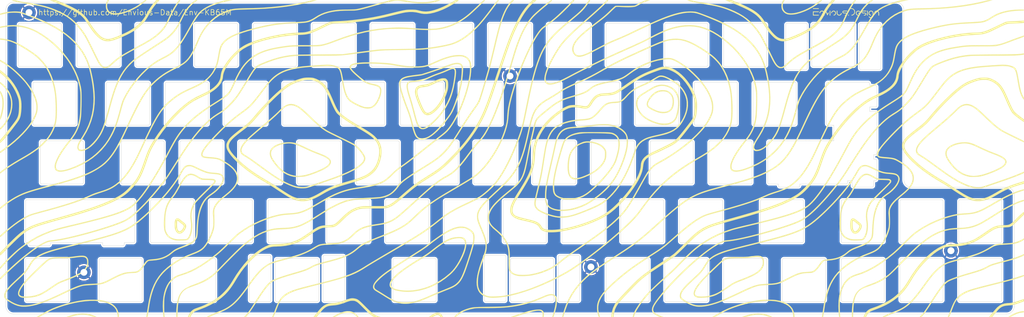
<source format=kicad_pcb>
(kicad_pcb (version 20211014) (generator pcbnew)
  (layers (0 "F.Cu" signal) (31 "B.Cu" signal) (34 "B.Paste" user) (35 "F.Paste" user) (36 "B.SilkS" user "B.Silkscreen") (37 "F.SilkS" user "F.Silkscreen") (38 "B.Mask" user) (39 "F.Mask" user) (44 "Edge.Cuts" user))
  (net 0 "")
  (net 1 "GND")
  (footprint "MountingHole:MountingHole_2.2mm_M2_Pad" (layer "F.Cu") (at 69.00025 101)
    (fp_text reference "H2")
    (fp_text value "MountingHole")
    (pad "1" thru_hole circle locked (at 0 0) (size 4.4 4.4) (drill 2.2) (layers *.Cu *.Mask) (net 1 "GND"))
  )
  (footprint "MountingHole:MountingHole_2.2mm_M2_Pad" (layer "F.Cu") (at 86.80025 185.22)
    (fp_text reference "H3")
    (fp_text value "MountingHole")
    (pad "1" thru_hole circle locked (at 0 0) (size 4.4 4.4) (drill 2.2) (layers *.Cu *.Mask) (net 1 "GND"))
  )
  (footprint "MountingHole:MountingHole_2.2mm_M2_Pad" (layer "F.Cu") (at 224.90025 121.6)
    (fp_text reference "H5")
    (fp_text value "MountingHole")
    (pad "1" thru_hole circle locked (at 0 0) (size 4.4 4.4) (drill 2.2) (layers *.Cu *.Mask) (net 1 "GND"))
  )
  (footprint "MountingHole:MountingHole_2.2mm_M2_Pad" (layer "F.Cu") (at 367.80025 178.2)
    (fp_text reference "H4")
    (fp_text value "MountingHole")
    (pad "1" thru_hole circle locked (at 0 0) (size 4.4 4.4) (drill 2.2) (layers *.Cu *.Mask) (net 1 "GND"))
  )
  (footprint "MountingHole:MountingHole_2.2mm_M2_Pad" (layer "F.Cu") (at 367.8005 178.2)
    (fp_text reference "H4")
    (fp_text value "MountingHole")
    (pad "1" thru_hole circle locked (at 0 0) (size 4.4 4.4) (drill 2.2) (layers *.Cu *.Mask) (net 1 "GND"))
  )
  (footprint "MountingHole:MountingHole_2.2mm_M2_Pad" (layer "F.Cu") (at 251.1255 183.475)
    (fp_text reference "H6")
    (fp_text value "MountingHole")
    (pad "1" thru_hole circle locked (at 0 0) (size 4.4 4.4) (drill 2.2) (layers *.Cu *.Mask) (net 1 "GND"))
  )
  (footprint "Logo:patern" (layer "F.Cu") (at 225.5 148.3)
    (fp_text reference "G***" hide)
    (fp_text value "LOGO" hide)
  )
  (footprint "kibuzzard-629271A1" (layer "F.Cu") (at 333.8 101.2)
    (fp_text reference "kibuzzard-629271A1" hide)
    (fp_text value "G***" hide)
  )
  (gr_arc (start 350.025 97.65) (mid 351.792767 98.382233) (end 352.525 100.15) (layer "Edge.Cuts") (width 0.1))
  (gr_arc (start 64.0125 198.7) (mid 62.244733 197.967767) (end 61.5125 196.2) (layer "Edge.Cuts") (width 0.1))
  (gr_line (start 350.025 97.65) (end 64.0125 97.65) (layer "Edge.Cuts") (width 0.1))
  (gr_line (start 385.8125 157.65) (end 355.025 157.65) (layer "Edge.Cuts") (width 0.1))
  (gr_arc (start 240.496 180.2) (mid 240.642444 179.846429) (end 240.996 179.7) (layer "Edge.Cuts") (width 0.1))
  (gr_line (start 108.37675 162.15) (end 108.37675 175.15) (layer "Edge.Cuts") (width 0.1))
  (gr_arc (start 179.02675 161.65) (mid 179.380303 161.796447) (end 179.52675 162.15) (layer "Edge.Cuts") (width 0.1))
  (gr_line (start 127.42675 162.15) (end 127.42675 175.15) (layer "Edge.Cuts") (width 0.1))
  (gr_line (start 334.308 155.513) (end 335.746 155.513) (layer "Edge.Cuts") (width 0.1))
  (gr_arc (start 84.56425 105) (mid 84.710697 104.646447) (end 85.06425 104.5) (layer "Edge.Cuts") (width 0.1))
  (gr_line (start 216.62 180.2) (end 216.62 194.2) (layer "Edge.Cuts") (width 0.1))
  (gr_arc (start 103.61425 105) (mid 103.760697 104.646447) (end 104.11425 104.5) (layer "Edge.Cuts") (width 0.1))
  (gr_arc (start 217.12675 161.65) (mid 217.480303 161.796447) (end 217.62675 162.15) (layer "Edge.Cuts") (width 0.1))
  (gr_arc (start 274.77675 175.15) (mid 274.630303 175.503553) (end 274.27675 175.65) (layer "Edge.Cuts") (width 0.1))
  (gr_arc (start 208.10175 156.1) (mid 207.955303 156.453553) (end 207.60175 156.6) (layer "Edge.Cuts") (width 0.1))
  (gr_line (start 241.43925 137.05) (end 241.43925 124.05) (layer "Edge.Cuts") (width 0.1))
  (gr_arc (start 212.86425 118) (mid 212.717803 118.353553) (end 212.36425 118.5) (layer "Edge.Cuts") (width 0.1))
  (gr_line (start 343.833 131.137) (end 343.833 125.137) (layer "Edge.Cuts") (width 0.1))
  (gr_line (start 84.27675 137.05) (end 84.27675 124.05) (layer "Edge.Cuts") (width 0.1))
  (gr_arc (start 207.60175 142.6) (mid 207.955303 142.746447) (end 208.10175 143.1) (layer "Edge.Cuts") (width 0.1))
  (gr_arc (start 223.12 179.7) (mid 223.473521 179.846464) (end 223.62 180.2) (layer "Edge.Cuts") (width 0.1))
  (gr_arc (start 303.35175 156.1) (mid 303.205303 156.453553) (end 302.85175 156.6) (layer "Edge.Cuts") (width 0.1))
  (gr_arc (start 186.958 181.2) (mid 187.104444 180.846429) (end 187.458 180.7) (layer "Edge.Cuts") (width 0.1))
  (gr_arc (start 355.025 157.65) (mid 353.257233 156.917767) (end 352.525 155.15) (layer "Edge.Cuts") (width 0.1))
  (gr_line (start 343.333 148.513) (end 342.746 148.513) (layer "Edge.Cuts") (width 0.1))
  (gr_arc (start 227.93925 137.55) (mid 227.585697 137.403553) (end 227.43925 137.05) (layer "Edge.Cuts") (width 0.1))
  (gr_line (start 240.496 180.2) (end 240.496 194.2) (layer "Edge.Cuts") (width 0.1))
  (gr_line (start 327.45175 124.05) (end 327.45175 137.05) (layer "Edge.Cuts") (width 0.1))
  (gr_arc (start 193.81425 118) (mid 193.667803 118.353553) (end 193.31425 118.5) (layer "Edge.Cuts") (width 0.1))
  (gr_line (start 308.40175 143.1) (end 308.40175 156.1) (layer "Edge.Cuts") (width 0.1))
  (gr_line (start 147.42 194.2) (end 147.42 180.2) (layer "Edge.Cuts") (width 0.1))
  (gr_line (start 61.5125 196.2) (end 61.5125 100.15) (layer "Edge.Cuts") (width 0.1))
  (gr_arc (start 151.23925 124.05) (mid 151.385697 123.696447) (end 151.73925 123.55) (layer "Edge.Cuts") (width 0.1))
  (gr_arc (start 217.91425 105) (mid 218.060697 104.646447) (end 218.41425 104.5) (layer "Edge.Cuts") (width 0.1))
  (gr_line (start 332.71425 175.65) (end 345.71425 175.65) (layer "Edge.Cuts") (width 0.1))
  (gr_line (start 112.85175 156.1) (end 112.85175 143.1) (layer "Edge.Cuts") (width 0.1))
  (gr_line (start 335.746 155.513) (end 335.746 157.1) (layer "Edge.Cuts") (width 0.1))
  (gr_arc (start 165.52675 162.15) (mid 165.673197 161.796447) (end 166.02675 161.65) (layer "Edge.Cuts") (width 0.1))
  (gr_arc (start 314.25125 105) (mid 314.397697 104.646447) (end 314.75125 104.5) (layer "Edge.Cuts") (width 0.1))
  (gr_line (start 103.61425 105) (end 103.61425 118) (layer "Edge.Cuts") (width 0.1))
  (gr_line (start 247.496 194.2) (end 247.496 180.2) (layer "Edge.Cuts") (width 0.1))
  (gr_line (start 75.4825 161.65) (end 69.4825 161.65) (layer "Edge.Cuts") (width 0.1))
  (gr_arc (start 346.21425 194.2) (mid 346.067803 194.553553) (end 345.71425 194.7) (layer "Edge.Cuts") (width 0.1))
  (gr_line (start 284.58925 124.05) (end 284.58925 137.05) (layer "Edge.Cuts") (width 0.1))
  (gr_arc (start 241.43925 137.05) (mid 241.292803 137.403553) (end 240.93925 137.55) (layer "Edge.Cuts") (width 0.1))
  (gr_line (start 346.21425 194.2) (end 346.21425 181.2) (layer "Edge.Cuts") (width 0.1))
  (gr_line (start 306.5205 175.65) (end 319.5205 175.65) (layer "Edge.Cuts") (width 0.1))
  (gr_line (start 108.08925 137.05) (end 108.08925 124.05) (layer "Edge.Cuts") (width 0.1))
  (gr_line (start 104.11425 118.5) (end 117.11425 118.5) (layer "Edge.Cuts") (width 0.1))
  (gr_line (start 312.37 157.6) (end 318.37 157.6) (layer "Edge.Cuts") (width 0.1))
  (gr_line (start 332.71425 194.7) (end 345.71425 194.7) (layer "Edge.Cuts") (width 0.1))
  (gr_line (start 70.27675 124.05) (end 70.27675 137.05) (layer "Edge.Cuts") (width 0.1))
  (gr_arc (start 136.16425 104.5) (mid 136.517803 104.646447) (end 136.66425 105) (layer "Edge.Cuts") (width 0.1))
  (gr_line (start 332.21425 181.2) (end 332.21425 194.2) (layer "Edge.Cuts") (width 0.1))
  (gr_line (start 265.25175 156.1) (end 265.25175 143.1) (layer "Edge.Cuts") (width 0.1))
  (gr_line (start 170.00175 156.1) (end 170.00175 143.1) (layer "Edge.Cuts") (width 0.1))
  (gr_arc (start 275.06425 105) (mid 275.210697 104.646447) (end 275.56425 104.5) (layer "Edge.Cuts") (width 0.1))
  (gr_arc (start 116.0205 194.7) (mid 115.666979 194.553536) (end 115.5205 194.2) (layer "Edge.Cuts") (width 0.1))
  (gr_line (start 365.26425 194.2) (end 365.26425 181.2) (layer "Edge.Cuts") (width 0.1))
  (gr_line (start 170.796 179.7) (end 164.796 179.7) (layer "Edge.Cuts") (width 0.1))
  (gr_arc (start 98.56425 118) (mid 98.417803 118.353553) (end 98.06425 118.5) (layer "Edge.Cuts") (width 0.1))
  (gr_arc (start 221.88925 123.55) (mid 222.242803 123.696447) (end 222.38925 124.05) (layer "Edge.Cuts") (width 0.1))
  (gr_line (start 246.20175 156.1) (end 246.20175 143.1) (layer "Edge.Cuts") (width 0.1))
  (gr_arc (start 343.833 155.013) (mid 343.686556 155.366571) (end 343.333 155.513) (layer "Edge.Cuts") (width 0.1))
  (gr_line (start 225.558 194.7) (end 238.558 194.7) (layer "Edge.Cuts") (width 0.1))
  (gr_arc (start 198.86425 105) (mid 199.010697 104.646447) (end 199.36425 104.5) (layer "Edge.Cuts") (width 0.1))
  (gr_arc (start 239.058 194.2) (mid 238.911556 194.553571) (end 238.558 194.7) (layer "Edge.Cuts") (width 0.1))
  (gr_line (start 270.80175 156.6) (end 283.80175 156.6) (layer "Edge.Cuts") (width 0.1))
  (gr_arc (start 146.47675 162.15) (mid 146.623197 161.796447) (end 146.97675 161.65) (layer "Edge.Cuts") (width 0.1))
  (gr_line (start 236.67675 175.15) (end 236.67675 162.15) (layer "Edge.Cuts") (width 0.1))
  (gr_line (start 239.058 194.2) (end 239.058 181.2) (layer "Edge.Cuts") (width 0.1))
  (gr_arc (start 322.68925 105) (mid 322.835697 104.646447) (end 323.18925 104.5) (layer "Edge.Cuts") (width 0.1))
  (gr_line (start 260.77675 162.15) (end 260.77675 175.15) (layer "Edge.Cuts") (width 0.1))
  (gr_arc (start 332.21425 162.15) (mid 332.360697 161.796447) (end 332.71425 161.65) (layer "Edge.Cuts") (width 0.1))
  (gr_arc (start 384.31425 194.2) (mid 384.167803 194.553553) (end 383.81425 194.7) (layer "Edge.Cuts") (width 0.1))
  (gr_line (start 81.3955 161.65) (end 77.9205 161.65) (layer "Edge.Cuts") (width 0.1))
  (gr_line (start 165.23925 137.05) (end 165.23925 124.05) (layer "Edge.Cuts") (width 0.1))
  (gr_line (start 132.18925 124.05) (end 132.18925 137.05) (layer "Edge.Cuts") (width 0.1))
  (gr_line (start 179.02675 161.65) (end 166.02675 161.65) (layer "Edge.Cuts") (width 0.1))
  (gr_line (start 203.33925 137.05) (end 203.33925 124.05) (layer "Edge.Cuts") (width 0.1))
  (gr_line (start 207.60175 142.6) (end 194.60175 142.6) (layer "Edge.Cuts") (width 0.1))
  (gr_line (start 117.61425 118) (end 117.61425 105) (layer "Edge.Cuts") (width 0.1))
  (gr_line (start 213.65175 156.6) (end 226.65175 156.6) (layer "Edge.Cuts") (width 0.1))
  (gr_arc (start 151.73925 137.55) (mid 151.385697 137.403553) (end 151.23925 137.05) (layer "Edge.Cuts") (width 0.1))
  (gr_line (start 364.76425 180.7) (end 351.76425 180.7) (layer "Edge.Cuts") (width 0.1))
  (gr_line (start 255.22675 161.65) (end 242.22675 161.65) (layer "Edge.Cuts") (width 0.1))
  (gr_line (start 69.4825 161.65) (end 68.3955 161.65) (layer "Edge.Cuts") (width 0.1))
  (gr_arc (start 236.17675 161.65) (mid 236.530303 161.796447) (end 236.67675 162.15) (layer "Edge.Cuts") (width 0.1))
  (gr_arc (start 265.25175 156.1) (mid 265.105303 156.453553) (end 264.75175 156.6) (layer "Edge.Cuts") (width 0.1))
  (gr_line (start 85.06425 118.5) (end 98.06425 118.5) (layer "Edge.Cuts") (width 0.1))
  (gr_line (start 148.858 181.2) (end 148.858 194.2) (layer "Edge.Cuts") (width 0.1))
  (gr_line (start 162.858 194.2) (end 162.858 181.2) (layer "Edge.Cuts") (width 0.1))
  (gr_line (start 98.56425 118) (end 98.56425 105) (layer "Edge.Cuts") (width 0.1))
  (gr_arc (start 148.858 181.2) (mid 149.004444 180.846429) (end 149.358 180.7) (layer "Edge.Cuts") (width 0.1))
  (gr_arc (start 370.31425 162.15) (mid 370.460697 161.796447) (end 370.81425 161.65) (layer "Edge.Cuts") (width 0.1))
  (gr_arc (start 179.81425 105) (mid 179.960697 104.646447) (end 180.31425 104.5) (layer "Edge.Cuts") (width 0.1))
  (gr_line (start 146.92 179.7) (end 140.92 179.7) (layer "Edge.Cuts") (width 0.1))
  (gr_arc (start 303.63925 124.05) (mid 303.785697 123.696447) (end 304.13925 123.55) (layer "Edge.Cuts") (width 0.1))
  (gr_line (start 160.47675 175.15) (end 160.47675 162.15) (layer "Edge.Cuts") (width 0.1))
  (gr_arc (start 231.91425 118) (mid 231.767803 118.353553) (end 231.41425 118.5) (layer "Edge.Cuts") (width 0.1))
  (gr_line (start 227.43925 124.05) (end 227.43925 137.05) (layer "Edge.Cuts") (width 0.1))
  (gr_arc (start 289.85175 156.6) (mid 289.498197 156.453553) (end 289.35175 156.1) (layer "Edge.Cuts") (width 0.1))
  (gr_line (start 313.66425 194.7) (end 326.66425 194.7) (layer "Edge.Cuts") (width 0.1))
  (gr_arc (start 288.56425 180.7) (mid 288.917803 180.846447) (end 289.06425 181.2) (layer "Edge.Cuts") (width 0.1))
  (gr_line (start 112.35175 142.6) (end 99.35175 142.6) (layer "Edge.Cuts") (width 0.1))
  (gr_line (start 346.21425 175.15) (end 346.21425 162.15) (layer "Edge.Cuts") (width 0.1))
  (gr_arc (start 61.5125 100.15) (mid 62.244733 98.382233) (end 64.0125 97.65) (layer "Edge.Cuts") (width 0.1))
  (gr_line (start 208.38925 124.05) (end 208.38925 137.05) (layer "Edge.Cuts") (width 0.1))
  (gr_line (start 98.06425 104.5) (end 85.06425 104.5) (layer "Edge.Cuts") (width 0.1))
  (gr_line (start 313.16425 181.2) (end 313.16425 194.2) (layer "Edge.Cuts") (width 0.1))
  (gr_arc (start 129.5205 194.2) (mid 129.374056 194.553571) (end 129.0205 194.7) (layer "Edge.Cuts") (width 0.1))
  (gr_arc (start 294.61425 118.5) (mid 294.260697 118.353553) (end 294.11425 118) (layer "Edge.Cuts") (width 0.1))
  (gr_arc (start 122.37675 175.15) (mid 122.230303 175.503553) (end 121.87675 175.65) (layer "Edge.Cuts") (width 0.1))
  (gr_arc (start 218.41425 118.5) (mid 218.060697 118.353553) (end 217.91425 118) (layer "Edge.Cuts") (width 0.1))
  (gr_line (start 150.45175 142.6) (end 137.45175 142.6) (layer "Edge.Cuts") (width 0.1))
  (gr_line (start 141.71425 105) (end 141.71425 118) (layer "Edge.Cuts") (width 0.1))
  (gr_arc (start 242.22675 175.65) (mid 241.873197 175.503553) (end 241.72675 175.15) (layer "Edge.Cuts") (width 0.1))
  (gr_line (start 261.27675 175.65) (end 274.27675 175.65) (layer "Edge.Cuts") (width 0.1))
  (gr_line (start 308.11425 118) (end 308.11425 105) (layer "Edge.Cuts") (width 0.1))
  (gr_arc (start 170.796 179.7) (mid 171.149521 179.846464) (end 171.296 180.2) (layer "Edge.Cuts") (width 0.1))
  (gr_line (start 86.158 142.6) (end 73.158 142.6) (layer "Edge.Cuts") (width 0.1))
  (gr_arc (start 84.27675 137.05) (mid 84.130303 137.403553) (end 83.77675 137.55) (layer "Edge.Cuts") (width 0.1))
  (gr_arc (start 351.26425 162.15) (mid 351.410697 161.796447) (end 351.76425 161.65) (layer "Edge.Cuts") (width 0.1))
  (gr_line (start 140.92 194.7) (end 146.92 194.7) (layer "Edge.Cuts") (width 0.1))
  (gr_arc (start 343.333 148.513) (mid 343.686521 148.659464) (end 343.833 149.013) (layer "Edge.Cuts") (width 0.1))
  (gr_arc (start 247.496 194.2) (mid 247.349556 194.553571) (end 246.996 194.7) (layer "Edge.Cuts") (width 0.1))
  (gr_arc (start 320.0205 175.15) (mid 319.874056 175.503571) (end 319.5205 175.65) (layer "Edge.Cuts") (width 0.1))
  (gr_arc (start 294.61425 194.7) (mid 294.260697 194.553553) (end 294.11425 194.2) (layer "Edge.Cuts") (width 0.1))
  (gr_line (start 240.996 194.7) (end 246.996 194.7) (layer "Edge.Cuts") (width 0.1))
  (gr_line (start 294.61425 194.7) (end 307.61425 194.7) (layer "Edge.Cuts") (width 0.1))
  (gr_arc (start 193.31425 104.5) (mid 193.667803 104.646447) (end 193.81425 105) (layer "Edge.Cuts") (width 0.1))
  (gr_line (start 113.63925 137.55) (end 126.63925 137.55) (layer "Edge.Cuts") (width 0.1))
  (gr_line (start 94.58925 137.55) (end 107.58925 137.55) (layer "Edge.Cuts") (width 0.1))
  (gr_line (start 131.90175 156.1) (end 131.90175 143.1) (layer "Edge.Cuts") (width 0.1))
  (gr_arc (start 79.01425 104.5) (mid 79.367803 104.646447) (end 79.51425 105) (layer "Edge.Cuts") (width 0.1))
  (gr_line (start 322.68925 105) (end 322.68925 118) (layer "Edge.Cuts") (width 0.1))
  (gr_arc (start 175.05175 143.1) (mid 175.198197 142.746447) (end 175.55175 142.6) (layer "Edge.Cuts") (width 0.1))
  (gr_arc (start 266.03925 137.55) (mid 265.685697 137.403553) (end 265.53925 137.05) (layer "Edge.Cuts") (width 0.1))
  (gr_arc (start 81.8955 194.2) (mid 81.749056 194.553571) (end 81.3955 194.7) (layer "Edge.Cuts") (width 0.1))
  (gr_arc (start 99.8585 176.15) (mid 99.712056 176.503571) (end 99.3585 176.65) (layer "Edge.Cuts") (width 0.1))
  (gr_arc (start 260.48925 137.05) (mid 260.342803 137.403553) (end 259.98925 137.55) (layer "Edge.Cuts") (width 0.1))
  (gr_line (start 269.51425 104.5) (end 256.51425 104.5) (layer "Edge.Cuts") (width 0.1))
  (gr_arc (start 162.358 180.7) (mid 162.711521 180.846464) (end 162.858 181.2) (layer "Edge.Cuts") (width 0.1))
  (gr_arc (start 98.06425 104.5) (mid 98.417803 104.646447) (end 98.56425 105) (layer "Edge.Cuts") (width 0.1))
  (gr_arc (start 180.31425 118.5) (mid 179.960697 118.353553) (end 179.81425 118) (layer "Edge.Cuts") (width 0.1))
  (gr_arc (start 73.158 156.6) (mid 72.804479 156.453536) (end 72.658 156.1) (layer "Edge.Cuts") (width 0.1))
  (gr_arc (start 308.40175 143.1) (mid 308.548197 142.746447) (end 308.90175 142.6) (layer "Edge.Cuts") (width 0.1))
  (gr_line (start 327.95175 137.55) (end 329.833 137.55) (layer "Edge.Cuts") (width 0.1))
  (gr_arc (start 270.01425 194.2) (mid 269.867803 194.553553) (end 269.51425 194.7) (layer "Edge.Cuts") (width 0.1))
  (gr_arc (start 117.90175 143.1) (mid 118.048197 142.746447) (end 118.40175 142.6) (layer "Edge.Cuts") (width 0.1))
  (gr_line (start 122.66425 105) (end 122.66425 118) (layer "Edge.Cuts") (width 0.1))
  (gr_arc (start 351.76425 194.7) (mid 351.410697 194.553553) (end 351.26425 194.2) (layer "Edge.Cuts") (width 0.1))
  (gr_line (start 142.21425 118.5) (end 155.21425 118.5) (layer "Edge.Cuts") (width 0.1))
  (gr_line (start 275.56425 118.5) (end 288.56425 118.5) (layer "Edge.Cuts") (width 0.1))
  (gr_line (start 283.80175 142.6) (end 270.80175 142.6) (layer "Edge.Cuts") (width 0.1))
  (gr_line (start 338.12725 105) (end 338.12725 119) (layer "Edge.Cuts") (width 0.1))
  (gr_arc (start 327.45175 124.05) (mid 327.598197 123.696447) (end 327.95175 123.55) (layer "Edge.Cuts") (width 0.1))
  (gr_arc (start 164.796 194.7) (mid 164.442479 194.553536) (end 164.296 194.2) (layer "Edge.Cuts") (width 0.1))
  (gr_arc (start 67.8955 162.15) (mid 68.041947 161.796447) (end 68.3955 161.65) (layer "Edge.Cuts") (width 0.1))
  (gr_line (start 311.87 156.6) (end 311.87 157.1) (layer "Edge.Cuts") (width 0.1))
  (gr_line (start 105.208 180.7) (end 92.208 180.7) (layer "Edge.Cuts") (width 0.1))
  (gr_arc (start 289.35175 143.1) (mid 289.498197 142.746447) (end 289.85175 142.6) (layer "Edge.Cuts") (width 0.1))
  (gr_line (start 117.11425 104.5) (end 104.11425 104.5) (layer "Edge.Cuts") (width 0.1))
  (gr_line (start 320.75125 104.5) (end 314.75125 104.5) (layer "Edge.Cuts") (width 0.1))
  (gr_line (start 103.32675 175.15) (end 103.32675 162.15) (layer "Edge.Cuts") (width 0.1))
  (gr_line (start 246.98925 137.55) (end 259.98925 137.55) (layer "Edge.Cuts") (width 0.1))
  (gr_line (start 345.12725 119) (end 345.12725 105) (layer "Edge.Cuts") (width 0.1))
  (gr_line (start 189.83925 137.55) (end 202.83925 137.55) (layer "Edge.Cuts") (width 0.1))
  (gr_arc (start 140.42 180.2) (mid 140.566444 179.846429) (end 140.92 179.7) (layer "Edge.Cuts") (width 0.1))
  (gr_line (start 336.18925 104.5) (end 323.18925 104.5) (layer "Edge.Cuts") (width 0.1))
  (gr_arc (start 70.27675 124.05) (mid 70.423197 123.696447) (end 70.77675 123.55) (layer "Edge.Cuts") (width 0.1))
  (gr_line (start 275.06425 105) (end 275.06425 118) (layer "Edge.Cuts") (width 0.1))
  (gr_arc (start 222.67675 162.15) (mid 222.823197 161.796447) (end 223.17675 161.65) (layer "Edge.Cuts") (width 0.1))
  (gr_arc (start 112.35175 142.6) (mid 112.705303 142.746447) (end 112.85175 143.1) (layer "Edge.Cuts") (width 0.1))
  (gr_line (start 67.8955 162.15) (end 67.8955 175.15) (layer "Edge.Cuts") (width 0.1))
  (gr_line (start 275.56425 194.7) (end 288.56425 194.7) (layer "Edge.Cuts") (width 0.1))
  (gr_line (start 113.13925 124.05) (end 113.13925 137.05) (layer "Edge.Cuts") (width 0.1))
  (gr_arc (start 213.15175 143.1) (mid 213.298197 142.746447) (end 213.65175 142.6) (layer "Edge.Cuts") (width 0.1))
  (gr_arc (start 200.958 194.2) (mid 200.811556 194.553571) (end 200.458 194.7) (layer "Edge.Cuts") (width 0.1))
  (gr_arc (start 265.53925 124.05) (mid 265.685697 123.696447) (end 266.03925 123.55) (layer "Edge.Cuts") (width 0.1))
  (gr_arc (start 364.76425 161.65) (mid 365.117803 161.796447) (end 365.26425 162.15) (layer "Edge.Cuts") (width 0.1))
  (gr_line (start 129.0205 180.7) (end 116.0205 180.7) (layer "Edge.Cuts") (width 0.1))
  (gr_arc (start 365.26425 175.15) (mid 365.117803 175.503553) (end 364.76425 175.65) (layer "Edge.Cuts") (width 0.1))
  (gr_line (start 285.08925 137.55) (end 298.08925 137.55) (layer "Edge.Cuts") (width 0.1))
  (gr_line (start 238.558 180.7) (end 225.558 180.7) (layer "Edge.Cuts") (width 0.1))
  (gr_line (start 294.11425 105) (end 294.11425 118) (layer "Edge.Cuts") (width 0.1))
  (gr_arc (start 313.16425 181.2) (mid 313.310697 180.846447) (end 313.66425 180.7) (layer "Edge.Cuts") (width 0.1))
  (gr_line (start 383.81425 180.7) (end 370.81425 180.7) (layer "Edge.Cuts") (width 0.1))
  (gr_arc (start 86.158 142.6) (mid 86.511521 142.746464) (end 86.658 143.1) (layer "Edge.Cuts") (width 0.1))
  (gr_arc (start 334.308 156.1) (mid 334.161556 156.453571) (end 333.808 156.6) (layer "Edge.Cuts") (width 0.1))
  (gr_line (start 246.48925 124.05) (end 246.48925 137.05) (layer "Edge.Cuts") (width 0.1))
  (gr_arc (start 169.50175 142.6) (mid 169.855303 142.746447) (end 170.00175 143.1) (layer "Edge.Cuts") (width 0.1))
  (gr_arc (start 98.85175 143.1) (mid 98.998197 142.746447) (end 99.35175 142.6) (layer "Edge.Cuts") (width 0.1))
  (gr_line (start 123.16425 118.5) (end 136.16425 118.5) (layer "Edge.Cuts") (width 0.1))
  (gr_line (start 289.06425 118) (end 289.06425 105) (layer "Edge.Cuts") (width 0.1))
  (gr_arc (start 225.558 194.7) (mid 225.204479 194.553536) (end 225.058 194.2) (layer "Edge.Cuts") (width 0.1))
  (gr_line (start 187.458 194.7) (end 200.458 194.7) (layer "Edge.Cuts") (width 0.1))
  (gr_line (start 351.76425 194.7) (end 364.76425 194.7) (layer "Edge.Cuts") (width 0.1))
  (gr_line (start 90.9205 175.65) (end 92.8585 175.65) (layer "Edge.Cuts") (width 0.1))
  (gr_arc (start 384.31425 175.15) (mid 384.167803 175.503553) (end 383.81425 175.65) (layer "Edge.Cuts") (width 0.1))
  (gr_arc (start 269.51425 180.7) (mid 269.867803 180.846447) (end 270.01425 181.2) (layer "Edge.Cuts") (width 0.1))
  (gr_arc (start 86.658 156.1) (mid 86.511556 156.453571) (end 86.158 156.6) (layer "Edge.Cuts") (width 0.1))
  (gr_line (start 222.38925 137.05) (end 222.38925 124.05) (layer "Edge.Cuts") (width 0.1))
  (gr_arc (start 108.37675 162.15) (mid 108.523197 161.796447) (end 108.87675 161.65) (layer "Edge.Cuts") (width 0.1))
  (gr_arc (start 92.208 194.7) (mid 91.854479 194.553536) (end 91.708 194.2) (layer "Edge.Cuts") (width 0.1))
  (gr_line (start 99.3585 161.65) (end 93.3585 161.65) (layer "Edge.Cuts") (width 0.1))
  (gr_arc (start 194.10175 143.1) (mid 194.248197 142.746447) (end 194.60175 142.6) (layer "Edge.Cuts") (width 0.1))
  (gr_arc (start 332.71425 175.65) (mid 332.360697 175.503553) (end 332.21425 175.15) (layer "Edge.Cuts") (width 0.1))
  (gr_arc (start 91.708 181.2) (mid 91.854444 180.846429) (end 92.208 180.7) (layer "Edge.Cuts") (width 0.1))
  (gr_arc (start 231.41425 104.5) (mid 231.767803 104.646447) (end 231.91425 105) (layer "Edge.Cuts") (width 0.1))
  (gr_arc (start 118.40175 156.6) (mid 118.048197 156.453553) (end 117.90175 156.1) (layer "Edge.Cuts") (width 0.1))
  (gr_line (start 343.333 133.075) (end 341.45175 133.075) (layer "Edge.Cuts") (width 0.1))
  (gr_arc (start 170.28925 124.05) (mid 170.435697 123.696447) (end 170.78925 123.55) (layer "Edge.Cuts") (width 0.1))
  (gr_arc (start 238.558 180.7) (mid 238.911521 180.846464) (end 239.058 181.2) (layer "Edge.Cuts") (width 0.1))
  (gr_line (start 67.8955 181.2) (end 67.8955 194.2) (layer "Edge.Cuts") (width 0.1))
  (gr_arc (start 217.62675 175.15) (mid 217.480303 175.503553) (end 217.12675 175.65) (layer "Edge.Cuts") (width 0.1))
  (gr_arc (start 256.51425 194.7) (mid 256.160697 194.553553) (end 256.01425 194.2) (layer "Edge.Cuts") (width 0.1))
  (gr_line (start 150.95175 156.1) (end 150.95175 143.1) (layer "Edge.Cuts") (width 0.1))
  (gr_arc (start 338.12725 105) (mid 338.273697 104.646447) (end 338.62725 104.5) (layer "Edge.Cuts") (width 0.1))
  (gr_line (start 77.9205 175.65) (end 81.3955 175.65) (layer "Edge.Cuts") (width 0.1))
  (gr_line (start 303.63925 124.05) (end 303.63925 137.05) (layer "Edge.Cuts") (width 0.1))
  (gr_line (start 94.08925 124.05) (end 94.08925 137.05) (layer "Edge.Cuts") (width 0.1))
  (gr_line (start 193.81425 118) (end 193.81425 105) (layer "Edge.Cuts") (width 0.1))
  (gr_line (start 86.658 156.1) (end 86.658 143.1) (layer "Edge.Cuts") (width 0.1))
  (gr_line (start 93.3585 176.65) (end 99.3585 176.65) (layer "Edge.Cuts") (width 0.1))
  (gr_arc (start 383.81425 180.7) (mid 384.167803 180.846447) (end 384.31425 181.2) (layer "Edge.Cuts") (width 0.1))
  (gr_line (start 341.45175 124.637) (end 341.45175 124.05) (layer "Edge.Cuts") (width 0.1))
  (gr_arc (start 240.93925 123.55) (mid 241.292803 123.696447) (end 241.43925 124.05) (layer "Edge.Cuts") (width 0.1))
  (gr_arc (start 270.30175 143.1) (mid 270.448197 142.746447) (end 270.80175 142.6) (layer "Edge.Cuts") (width 0.1))
  (gr_line (start 223.12 179.7) (end 217.12 179.7) (layer "Edge.Cuts") (width 0.1))
  (gr_arc (start 93.3585 176.65) (mid 93.004979 176.503536) (end 92.8585 176.15) (layer "Edge.Cuts") (width 0.1))
  (gr_arc (start 343.833 131.137) (mid 343.686556 131.490571) (end 343.333 131.637) (layer "Edge.Cuts") (width 0.1))
  (gr_arc (start 69.4825 176.65) (mid 69.128947 176.503553) (end 68.9825 176.15) (layer "Edge.Cuts") (width 0.1))
  (gr_line (start 288.56425 104.5) (end 275.56425 104.5) (layer "Edge.Cuts") (width 0.1))
  (gr_line (start 342.746 157.1) (end 342.746 155.513) (layer "Edge.Cuts") (width 0.1))
  (gr_arc (start 342.746 157.1) (mid 342.599556 157.453571) (end 342.246 157.6) (layer "Edge.Cuts") (width 0.1))
  (gr_arc (start 136.66425 118) (mid 136.517803 118.353553) (end 136.16425 118.5) (layer "Edge.Cuts") (width 0.1))
  (gr_arc (start 317.63925 137.05) (mid 317.492803 137.403553) (end 317.13925 137.55) (layer "Edge.Cuts") (width 0.1))
  (gr_line (start 336.246 157.6) (end 342.246 157.6) (layer "Edge.Cuts") (width 0.1))
  (gr_line (start 151.23925 124.05) (end 151.23925 137.05) (layer "Edge.Cuts") (width 0.1))
  (gr_arc (start 165.23925 137.05) (mid 165.092803 137.403553) (end 164.73925 137.55) (layer "Edge.Cuts") (width 0.1))
  (gr_line (start 170.28925 124.05) (end 170.28925 137.05) (layer "Edge.Cuts") (width 0.1))
  (gr_line (start 308.90175 156.6) (end 311.87 156.6) (layer "Edge.Cuts") (width 0.1))
  (gr_arc (start 129.0205 180.7) (mid 129.374021 180.846464) (end 129.5205 181.2) (layer "Edge.Cuts") (width 0.1))
  (gr_line (start 370.31425 162.15) (end 370.31425 175.15) (layer "Edge.Cuts") (width 0.1))
  (gr_arc (start 112.85175 156.1) (mid 112.705303 156.453553) (end 112.35175 156.6) (layer "Edge.Cuts") (width 0.1))
  (gr_arc (start 226.65175 142.6) (mid 227.005303 142.746447) (end 227.15175 143.1) (layer "Edge.Cuts") (width 0.1))
  (gr_line (start 314.25125 105) (end 314.25125 119) (layer "Edge.Cuts") (width 0.1))
  (gr_line (start 251.25175 143.1) (end 251.25175 156.1) (layer "Edge.Cuts") (width 0.1))
  (gr_arc (start 166.02675 175.65) (mid 165.673197 175.503553) (end 165.52675 175.15) (layer "Edge.Cuts") (width 0.1))
  (gr_line (start 204.12675 175.65) (end 217.12675 175.65) (layer "Edge.Cuts") (width 0.1))
  (gr_line (start 208.88925 137.55) (end 221.88925 137.55) (layer "Edge.Cuts") (width 0.1))
  (gr_line (start 121.87675 161.65) (end 108.87675 161.65) (layer "Edge.Cuts") (width 0.1))
  (gr_arc (start 332.21425 181.2) (mid 332.360697 180.846447) (end 332.71425 180.7) (layer "Edge.Cuts") (width 0.1))
  (gr_arc (start 189.05175 156.1) (mid 188.905303 156.453553) (end 188.55175 156.6) (layer "Edge.Cuts") (width 0.1))
  (gr_line (start 343.833 146.575) (end 343.833 133.575) (layer "Edge.Cuts") (width 0.1))
  (gr_arc (start 79.51425 118) (mid 79.367803 118.353553) (end 79.01425 118.5) (layer "Edge.Cuts") (width 0.1))
  (gr_arc (start 164.296 180.2) (mid 164.442444 179.846429) (end 164.796 179.7) (layer "Edge.Cuts") (width 0.1))
  (gr_line (start 336.68925 118) (end 336.68925 105) (layer "Edge.Cuts") (width 0.1))
  (gr_arc (start 102.82675 161.65) (mid 103.180303 161.796447) (end 103.32675 162.15) (layer "Edge.Cuts") (width 0.1))
  (gr_arc (start 283.80175 142.6) (mid 284.155303 142.746447) (end 284.30175 143.1) (layer "Edge.Cuts") (width 0.1))
  (gr_line (start 288.56425 180.7) (end 275.56425 180.7) (layer "Edge.Cuts") (width 0.1))
  (gr_line (start 200.958 194.2) (end 200.958 181.2) (layer "Edge.Cuts") (width 0.1))
  (gr_arc (start 184.57675 162.15) (mid 184.723197 161.796447) (end 185.07675 161.65) (layer "Edge.Cuts") (width 0.1))
  (gr_arc (start 318.87 157.1) (mid 318.723556 157.453571) (end 318.37 157.6) (layer "Edge.Cuts") (width 0.1))
  (gr_arc (start 150.45175 142.6) (mid 150.805303 142.746447) (end 150.95175 143.1) (layer "Edge.Cuts") (width 0.1))
  (gr_arc (start 65.51425 105) (mid 65.660697 104.646447) (end 66.01425 104.5) (layer "Edge.Cuts") (width 0.1))
  (gr_line (start 340.95175 123.55) (end 327.95175 123.55) (layer "Edge.Cuts") (width 0.1))
  (gr_arc (start 127.42675 162.15) (mid 127.573197 161.796447) (end 127.92675 161.65) (layer "Edge.Cuts") (width 0.1))
  (gr_line (start 256.51425 118.5) (end 269.51425 118.5) (layer "Edge.Cuts") (width 0.1))
  (gr_line (start 270.01425 194.2) (end 270.01425 181.2) (layer "Edge.Cuts") (width 0.1))
  (gr_arc (start 246.98925 137.55) (mid 246.635697 137.403553) (end 246.48925 137.05) (layer "Edge.Cuts") (width 0.1))
  (gr_line (start 116.0205 194.7) (end 129.0205 194.7) (layer "Edge.Cuts") (width 0.1))
  (gr_line (start 274.77675 175.15) (end 274.77675 162.15) (layer "Edge.Cuts") (width 0.1))
  (gr_line (start 341.45175 131.637) (end 343.333 131.637) (layer "Edge.Cuts") (width 0.1))
  (gr_arc (start 320.75125 104.5) (mid 321.104803 104.646447) (end 321.25125 105) (layer "Edge.Cuts") (width 0.1))
  (gr_arc (start 117.61425 118) (mid 117.467803 118.353553) (end 117.11425 118.5) (layer "Edge.Cuts") (width 0.1))
  (gr_arc (start 255.72675 175.15) (mid 255.580303 175.503553) (end 255.22675 175.65) (layer "Edge.Cuts") (width 0.1))
  (gr_line (start 280.32675 175.65) (end 293.32675 175.65) (layer "Edge.Cuts") (width 0.1))
  (gr_line (start 146.47675 162.15) (end 146.47675 175.15) (layer "Edge.Cuts") (width 0.1))
  (gr_arc (start 251.25175 143.1) (mid 251.398197 142.746447) (end 251.75175 142.6) (layer "Edge.Cuts") (width 0.1))
  (gr_arc (start 146.92 179.7) (mid 147.273521 179.846464) (end 147.42 180.2) (layer "Edge.Cuts") (width 0.1))
  (gr_arc (start 117.11425 104.5) (mid 117.467803 104.646447) (end 117.61425 105) (layer "Edge.Cuts") (width 0.1))
  (gr_arc (start 294.11425 181.2) (mid 294.260697 180.846447) (end 294.61425 180.7) (layer "Edge.Cuts") (width 0.1))
  (gr_line (start 140.92675 161.65) (end 127.92675 161.65) (layer "Edge.Cuts") (width 0.1))
  (gr_line (start 344.62725 104.5) (end 338.62725 104.5) (layer "Edge.Cuts") (width 0.1))
  (gr_line (start 79.01425 104.5) (end 66.01425 104.5) (layer "Edge.Cuts") (width 0.1))
  (gr_line (start 343.333 124.637) (end 341.45175 124.637) (layer "Edge.Cuts") (width 0.1))
  (gr_arc (start 122.66425 105) (mid 122.810697 104.646447) (end 123.16425 104.5) (layer "Edge.Cuts") (width 0.1))
  (gr_line (start 232.20175 143.1) (end 232.20175 156.1) (layer "Edge.Cuts") (width 0.1))
  (gr_arc (start 307.61425 180.7) (mid 307.967803 180.846447) (end 308.11425 181.2) (layer "Edge.Cuts") (width 0.1))
  (gr_line (start 208.10175 156.1) (end 208.10175 143.1) (layer "Edge.Cuts") (width 0.1))
  (gr_arc (start 269.51425 104.5) (mid 269.867803 104.646447) (end 270.01425 105) (layer "Edge.Cuts") (width 0.1))
  (gr_line (start 259.98925 123.55) (end 246.98925 123.55) (layer "Edge.Cuts") (width 0.1))
  (gr_line (start 102.82675 161.65) (end 99.3585 161.65) (layer "Edge.Cuts") (width 0.1))
  (gr_arc (start 293.82675 175.15) (mid 293.680303 175.503553) (end 293.32675 175.65) (layer "Edge.Cuts") (width 0.1))
  (gr_line (start 383.81425 161.65) (end 370.81425 161.65) (layer "Edge.Cuts") (width 0.1))
  (gr_arc (start 317.13925 123.55) (mid 317.492803 123.696447) (end 317.63925 124.05) (layer "Edge.Cuts") (width 0.1))
  (gr_arc (start 216.62 180.2) (mid 216.766444 179.846429) (end 217.12 179.7) (layer "Edge.Cuts") (width 0.1))
  (gr_line (start 68.9825 175.65) (end 68.9825 176.15) (layer "Edge.Cuts") (width 0.1))
  (gr_arc (start 132.68925 137.55) (mid 132.335697 137.403553) (end 132.18925 137.05) (layer "Edge.Cuts") (width 0.1))
  (gr_line (start 189.33925 124.05) (end 189.33925 137.05) (layer "Edge.Cuts") (width 0.1))
  (gr_line (start 98.85175 143.1) (end 98.85175 156.1) (layer "Edge.Cuts") (width 0.1))
  (gr_line (start 146.97675 175.65) (end 159.97675 175.65) (layer "Edge.Cuts") (width 0.1))
  (gr_line (start 312.37 142.6) (end 308.90175 142.6) (layer "Edge.Cuts") (width 0.1))
  (gr_line (start 75.9825 175.65) (end 77.9205 175.65) (layer "Edge.Cuts") (width 0.1))
  (gr_arc (start 142.21425 118.5) (mid 141.860697 118.353553) (end 141.71425 118) (layer "Edge.Cuts") (width 0.1))
  (gr_arc (start 293.32675 161.65) (mid 293.680303 161.796447) (end 293.82675 162.15) (layer "Edge.Cuts") (width 0.1))
  (gr_line (start 189.05175 156.1) (end 189.05175 143.1) (layer "Edge.Cuts") (width 0.1))
  (gr_line (start 65.51425 105) (end 65.51425 118) (layer "Edge.Cuts") (width 0.1))
  (gr_arc (start 351.26425 181.2) (mid 351.410697 180.846447) (end 351.76425 180.7) (layer "Edge.Cuts") (width 0.1))
  (gr_arc (start 232.20175 143.1) (mid 232.348197 142.746447) (end 232.70175 142.6) (layer "Edge.Cuts") (width 0.1))
  (gr_line (start 72.658 143.1) (end 72.658 156.1) (layer "Edge.Cuts") (width 0.1))
  (gr_arc (start 236.67675 175.15) (mid 236.530303 175.503553) (end 236.17675 175.65) (layer "Edge.Cuts") (width 0.1))
  (gr_line (start 274.27675 161.65) (end 261.27675 161.65) (layer "Edge.Cuts") (width 0.1))
  (gr_line (start 223.17675 175.65) (end 236.17675 175.65) (layer "Edge.Cuts") (width 0.1))
  (gr_arc (start 306.0205 162.15) (mid 306.166944 161.796429) (end 306.5205 161.65) (layer "Edge.Cuts") (width 0.1))
  (gr_line (start 155.71425 118) (end 155.71425 105) (layer "Edge.Cuts") (width 0.1))
  (gr_arc (start 298.08925 123.55) (mid 298.442803 123.696447) (end 298.58925 124.05) (layer "Edge.Cuts") (width 0.1))
  (gr_arc (start 388.3125 196.2) (mid 387.580267 197.967767) (end 385.8125 198.7) (layer "Edge.Cuts") (width 0.1))
  (gr_line (start 69.4825 176.65) (end 75.4825 176.65) (layer "Edge.Cuts") (width 0.1))
  (gr_line (start 70.77675 137.55) (end 83.77675 137.55) (layer "Edge.Cuts") (width 0.1))
  (gr_arc (start 304.13925 137.55) (mid 303.785697 137.403553) (end 303.63925 137.05) (layer "Edge.Cuts") (width 0.1))
  (gr_line (start 81.8955 194.2) (end 81.8955 181.2) (layer "Edge.Cuts") (width 0.1))
  (gr_arc (start 113.63925 137.55) (mid 113.285697 137.403553) (end 113.13925 137.05) (layer "Edge.Cuts") (width 0.1))
  (gr_line (start 343.833 155.013) (end 343.833 149.013) (layer "Edge.Cuts") (width 0.1))
  (gr_arc (start 70.77675 137.55) (mid 70.423197 137.403553) (end 70.27675 137.05) (layer "Edge.Cuts") (width 0.1))
  (gr_arc (start 351.76425 175.65) (mid 351.410697 175.503553) (end 351.26425 175.15) (layer "Edge.Cuts") (width 0.1))
  (gr_arc (start 105.708 194.2) (mid 105.561556 194.553571) (end 105.208 194.7) (layer "Edge.Cuts") (width 0.1))
  (gr_line (start 256.01425 181.2) (end 256.01425 194.2) (layer "Edge.Cuts") (width 0.1))
  (gr_arc (start 136.95175 143.1) (mid 137.098197 142.746447) (end 137.45175 142.6) (layer "Edge.Cuts") (width 0.1))
  (gr_arc (start 326.66425 180.7) (mid 327.017803 180.846447) (end 327.16425 181.2) (layer "Edge.Cuts") (width 0.1))
  (gr_line (start 174.76425 118) (end 174.76425 105) (layer "Edge.Cuts") (width 0.1))
  (gr_arc (start 149.358 194.7) (mid 149.004479 194.553536) (end 148.858 194.2) (layer "Edge.Cuts") (width 0.1))
  (gr_arc (start 319.5205 161.65) (mid 319.874021 161.796464) (end 320.0205 162.15) (layer "Edge.Cuts") (width 0.1))
  (gr_line (start 242.22675 175.65) (end 255.22675 175.65) (layer "Edge.Cuts") (width 0.1))
  (gr_line (start 175.05175 143.1) (end 175.05175 156.1) (layer "Edge.Cuts") (width 0.1))
  (gr_arc (start 162.858 194.2) (mid 162.711556 194.553571) (end 162.358 194.7) (layer "Edge.Cuts") (width 0.1))
  (gr_line (start 151.73925 137.55) (end 164.73925 137.55) (layer "Edge.Cuts") (width 0.1))
  (gr_line (start 217.12675 161.65) (end 204.12675 161.65) (layer "Edge.Cuts") (width 0.1))
  (gr_line (start 81.3955 180.7) (end 68.3955 180.7) (layer "Edge.Cuts") (width 0.1))
  (gr_line (start 175.55175 156.6) (end 188.55175 156.6) (layer "Edge.Cuts") (width 0.1))
  (gr_arc (start 336.246 157.6) (mid 335.892479 157.453536) (end 335.746 157.1) (layer "Edge.Cuts") (width 0.1))
  (gr_line (start 319.5205 161.65) (end 306.5205 161.65) (layer "Edge.Cuts") (width 0.1))
  (gr_arc (start 285.08925 137.55) (mid 284.735697 137.403553) (end 284.58925 137.05) (layer "Edge.Cuts") (width 0.1))
  (gr_arc (start 217.12 194.7) (mid 216.766479 194.553536) (end 216.62 194.2) (layer "Edge.Cuts") (width 0.1))
  (gr_arc (start 113.13925 124.05) (mid 113.285697 123.696447) (end 113.63925 123.55) (layer "Edge.Cuts") (width 0.1))
  (gr_arc (start 175.55175 156.6) (mid 175.198197 156.453553) (end 175.05175 156.1) (layer "Edge.Cuts") (width 0.1))
  (gr_arc (start 164.73925 123.55) (mid 165.092803 123.696447) (end 165.23925 124.05) (layer "Edge.Cuts") (width 0.1))
  (gr_arc (start 237.46425 118.5) (mid 237.110697 118.353553) (end 236.96425 118) (layer "Edge.Cuts") (width 0.1))
  (gr_line (start 140.42 180.2) (end 140.42 194.2) (layer "Edge.Cuts") (width 0.1))
  (gr_arc (start 160.47675 175.15) (mid 160.330303 175.503553) (end 159.97675 175.65) (layer "Edge.Cuts") (width 0.1))
  (gr_arc (start 121.87675 161.65) (mid 122.230303 161.796447) (end 122.37675 162.15) (layer "Edge.Cuts") (width 0.1))
  (gr_arc (start 137.45175 156.6) (mid 137.098197 156.453553) (end 136.95175 156.1) (layer "Edge.Cuts") (width 0.1))
  (gr_arc (start 270.01425 118) (mid 269.867803 118.353553) (end 269.51425 118.5) (layer "Edge.Cuts") (width 0.1))
  (gr_arc (start 343.833 146.575) (mid 343.686556 146.928571) (end 343.333 147.075) (layer "Edge.Cuts") (width 0.1))
  (gr_line (start 294.11425 181.2) (end 294.11425 194.2) (layer "Edge.Cuts") (width 0.1))
  (gr_line (start 289.85175 156.6) (end 302.85175 156.6) (layer "Edge.Cuts") (width 0.1))
  (gr_arc (start 155.71425 118) (mid 155.567803 118.353553) (end 155.21425 118.5) (layer "Edge.Cuts") (width 0.1))
  (gr_line (start 384.31425 194.2) (end 384.31425 181.2) (layer "Edge.Cuts") (width 0.1))
  (gr_line (start 237.46425 118.5) (end 250.46425 118.5) (layer "Edge.Cuts") (width 0.1))
  (gr_arc (start 189.33925 124.05) (mid 189.485697 123.696447) (end 189.83925 123.55) (layer "Edge.Cuts") (width 0.1))
  (gr_arc (start 83.77675 123.55) (mid 84.130303 123.696447) (end 84.27675 124.05) (layer "Edge.Cuts") (width 0.1))
  (gr_arc (start 314.75125 119.5) (mid 314.397697 119.353553) (end 314.25125 119) (layer "Edge.Cuts") (width 0.1))
  (gr_arc (start 289.06425 194.2) (mid 288.917803 194.553553) (end 288.56425 194.7) (layer "Edge.Cuts") (width 0.1))
  (gr_line (start 304.13925 137.55) (end 317.13925 137.55) (layer "Edge.Cuts") (width 0.1))
  (gr_arc (start 308.90175 156.6) (mid 308.548197 156.453553) (end 308.40175 156.1) (layer "Edge.Cuts") (width 0.1))
  (gr_line (start 306.0205 162.15) (end 306.0205 175.15) (layer "Edge.Cuts") (width 0.1))
  (gr_line (start 79.51425 118) (end 79.51425 105) (layer "Edge.Cuts") (width 0.1))
  (gr_arc (start 183.78925 123.55) (mid 184.142803 123.696447) (end 184.28925 124.05) (layer "Edge.Cuts") (width 0.1))
  (gr_arc (start 108.08925 137.05) (mid 107.942803 137.403553) (end 107.58925 137.55) (layer "Edge.Cuts") (width 0.1))
  (gr_arc (start 370.31425 181.2) (mid 370.460697 180.846447) (end 370.81425 180.7) (layer "Edge.Cuts") (width 0.1))
  (gr_line (start 364.76425 161.65) (end 351.76425 161.65) (layer "Edge.Cuts") (width 0.1))
  (gr_line (start 388.3125 196.2) (end 388.3125 160.15) (layer "Edge.Cuts") (width 0.1))
  (gr_line (start 317.63925 137.05) (end 317.63925 124.05) (layer "Edge.Cuts") (width 0.1))
  (gr_arc (start 246.996 179.7) (mid 247.349521 179.846464) (end 247.496 180.2) (layer "Edge.Cuts") (width 0.1))
  (gr_line (start 365.26425 175.15) (end 365.26425 162.15) (layer "Edge.Cuts") (width 0.1))
  (gr_arc (start 279.03925 123.55) (mid 279.392803 123.696447) (end 279.53925 124.05) (layer "Edge.Cuts") (width 0.1))
  (gr_line (start 302.85175 142.6) (end 289.85175 142.6) (layer "Edge.Cuts") (width 0.1))
  (gr_arc (start 284.58925 124.05) (mid 284.735697 123.696447) (end 285.08925 123.55) (layer "Edge.Cuts") (width 0.1))
  (gr_line (start 117.90175 143.1) (end 117.90175 156.1) (layer "Edge.Cuts") (width 0.1))
  (gr_arc (start 171.296 194.2) (mid 171.149556 194.553571) (end 170.796 194.7) (layer "Edge.Cuts") (width 0.1))
  (gr_arc (start 289.06425 118) (mid 288.917803 118.353553) (end 288.56425 118.5) (layer "Edge.Cuts") (width 0.1))
  (gr_arc (start 308.11425 194.2) (mid 307.967803 194.553553) (end 307.61425 194.7) (layer "Edge.Cuts") (width 0.1))
  (gr_arc (start 161.26425 118.5) (mid 160.910697 118.353553) (end 160.76425 118) (layer "Edge.Cuts") (width 0.1))
  (gr_arc (start 174.76425 118) (mid 174.617803 118.353553) (end 174.26425 118.5) (layer "Edge.Cuts") (width 0.1))
  (gr_line (start 217.91425 105) (end 217.91425 118) (layer "Edge.Cuts") (width 0.1))
  (gr_line (start 99.8585 175.65) (end 102.82675 175.65) (layer "Edge.Cuts") (width 0.1))
  (gr_line (start 107.58925 123.55) (end 94.58925 123.55) (layer "Edge.Cuts") (width 0.1))
  (gr_line (start 169.50175 142.6) (end 156.50175 142.6) (layer "Edge.Cuts") (width 0.1))
  (gr_line (start 185.07675 175.65) (end 198.07675 175.65) (layer "Edge.Cuts") (width 0.1))
  (gr_line (start 317.13925 123.55) (end 304.13925 123.55) (layer "Edge.Cuts") (width 0.1))
  (gr_line (start 164.73925 123.55) (end 151.73925 123.55) (layer "Edge.Cuts") (width 0.1))
  (gr_line (start 284.30175 156.1) (end 284.30175 143.1) (layer "Edge.Cuts") (width 0.1))
  (gr_arc (start 174.26425 104.5) (mid 174.617803 104.646447) (end 174.76425 105) (layer "Edge.Cuts") (width 0.1))
  (gr_line (start 164.296 180.2) (end 164.296 194.2) (layer "Edge.Cuts") (width 0.1))
  (gr_arc (start 223.62 194.2) (mid 223.473556 194.553571) (end 223.12 194.7) (layer "Edge.Cuts") (width 0.1))
  (gr_line (start 145.68925 123.55) (end 132.68925 123.55) (layer "Edge.Cuts") (width 0.1))
  (gr_arc (start 255.22675 161.65) (mid 255.580303 161.796447) (end 255.72675 162.15) (layer "Edge.Cuts") (width 0.1))
  (gr_arc (start 103.32675 175.15) (mid 103.180303 175.503553) (end 102.82675 175.65) (layer "Edge.Cuts") (width 0.1))
  (gr_line (start 170.78925 137.55) (end 183.78925 137.55) (layer "Edge.Cuts") (width 0.1))
  (gr_arc (start 203.33925 137.05) (mid 203.192803 137.403553) (end 202.83925 137.55) (layer "Edge.Cuts") (width 0.1))
  (gr_line (start 266.03925 137.55) (end 279.03925 137.55) (layer "Edge.Cuts") (width 0.1))
  (gr_arc (start 321.25125 119) (mid 321.104803 119.353553) (end 320.75125 119.5) (layer "Edge.Cuts") (width 0.1))
  (gr_line (start 126.63925 123.55) (end 113.63925 123.55) (layer "Edge.Cuts") (width 0.1))
  (gr_arc (start 370.81425 175.65) (mid 370.460697 175.503553) (end 370.31425 175.15) (layer "Edge.Cuts") (width 0.1))
  (gr_line (start 202.83925 123.55) (end 189.83925 123.55) (layer "Edge.Cuts") (width 0.1))
  (gr_arc (start 150.95175 156.1) (mid 150.805303 156.453553) (end 150.45175 156.6) (layer "Edge.Cuts") (width 0.1))
  (gr_arc (start 308.11425 118) (mid 307.967803 118.353553) (end 307.61425 118.5) (layer "Edge.Cuts") (width 0.1))
  (gr_arc (start 279.82675 162.15) (mid 279.973197 161.796447) (end 280.32675 161.65) (layer "Edge.Cuts") (width 0.1))
  (gr_arc (start 187.458 194.7) (mid 187.104479 194.553536) (end 186.958 194.2) (layer "Edge.Cuts") (width 0.1))
  (gr_arc (start 140.92675 161.65) (mid 141.280303 161.796447) (end 141.42675 162.15) (layer "Edge.Cuts") (width 0.1))
  (gr_arc (start 155.21425 104.5) (mid 155.567803 104.646447) (end 155.71425 105) (layer "Edge.Cuts") (width 0.1))
  (gr_line (start 351.26425 162.15) (end 351.26425 175.15) (layer "Edge.Cuts") (width 0.1))
  (gr_arc (start 338.62725 119.5) (mid 338.273697 119.353553) (end 338.12725 119) (layer "Edge.Cuts") (width 0.1))
  (gr_arc (start 225.058 181.2) (mid 225.204444 180.846429) (end 225.558 180.7) (layer "Edge.Cuts") (width 0.1))
  (gr_line (start 160.76425 105) (end 160.76425 118) (layer "Edge.Cuts") (width 0.1))
  (gr_line (start 320.808 142.6) (end 318.37 142.6) (layer "Edge.Cuts") (width 0.1))
  (gr_arc (start 141.42675 175.15) (mid 141.280303 175.503553) (end 140.92675 175.65) (layer "Edge.Cuts") (width 0.1))
  (gr_arc (start 189.83925 137.55) (mid 189.485697 137.403553) (end 189.33925 137.05) (layer "Edge.Cuts") (width 0.1))
  (gr_line (start 217.12 194.7) (end 223.12 194.7) (layer "Edge.Cuts") (width 0.1))
  (gr_line (start 200.458 180.7) (end 187.458 180.7) (layer "Edge.Cuts") (width 0.1))
  (gr_arc (start 72.658 143.1) (mid 72.804444 142.746429) (end 73.158 142.6) (layer "Edge.Cuts") (width 0.1))
  (gr_arc (start 345.71425 180.7) (mid 346.067803 180.846447) (end 346.21425 181.2) (layer "Edge.Cuts") (width 0.1))
  (gr_line (start 256.01425 105) (end 256.01425 118) (layer "Edge.Cuts") (width 0.1))
  (gr_arc (start 294.11425 105) (mid 294.260697 104.646447) (end 294.61425 104.5) (layer "Edge.Cuts") (width 0.1))
  (gr_arc (start 343.333 133.075) (mid 343.686521 133.221464) (end 343.833 133.575) (layer "Edge.Cuts") (width 0.1))
  (gr_line (start 155.21425 104.5) (end 142.21425 104.5) (layer "Edge.Cuts") (width 0.1))
  (gr_arc (start 227.15175 156.1) (mid 227.005303 156.453553) (end 226.65175 156.6) (layer "Edge.Cuts") (width 0.1))
  (gr_arc (start 327.95175 137.55) (mid 327.598197 137.403553) (end 327.45175 137.05) (layer "Edge.Cuts") (width 0.1))
  (gr_line (start 321.25125 119) (end 321.25125 105) (layer "Edge.Cuts") (width 0.1))
  (gr_line (start 298.08925 123.55) (end 285.08925 123.55) (layer "Edge.Cuts") (width 0.1))
  (gr_arc (start 75.9825 176.15) (mid 75.836056 176.503571) (end 75.4825 176.65) (layer "Edge.Cuts") (width 0.1))
  (gr_arc (start 256.01425 105) (mid 256.160697 104.646447) (end 256.51425 104.5) (layer "Edge.Cuts") (width 0.1))
  (gr_line (start 223.62 194.2) (end 223.62 180.2) (layer "Edge.Cuts") (width 0.1))
  (gr_arc (start 170.00175 156.1) (mid 169.855303 156.453553) (end 169.50175 156.6) (layer "Edge.Cuts") (width 0.1))
  (gr_arc (start 68.3955 194.7) (mid 68.041947 194.553553) (end 67.8955 194.2) (layer "Edge.Cuts") (width 0.1))
  (gr_line (start 345.71425 161.65) (end 332.71425 161.65) (layer "Edge.Cuts") (width 0.1))
  (gr_arc (start 232.70175 156.6) (mid 232.348197 156.453553) (end 232.20175 156.1) (layer "Edge.Cuts") (width 0.1))
  (gr_arc (start 212.36425 104.5) (mid 212.717803 104.646447) (end 212.86425 105) (layer "Edge.Cuts") (width 0.1))
  (gr_line (start 236.17675 161.65) (end 223.17675 161.65) (layer "Edge.Cuts") (width 0.1))
  (gr_arc (start 336.18925 104.5) (mid 336.542803 104.646447) (end 336.68925 105) (layer "Edge.Cuts") (width 0.1))
  (gr_line (start 289.35175 143.1) (end 289.35175 156.1) (layer "Edge.Cuts") (width 0.1))
  (gr_arc (start 132.18925 124.05) (mid 132.335697 123.696447) (end 132.68925 123.55) (layer "Edge.Cuts") (width 0.1))
  (gr_line (start 320.0205 175.15) (end 320.0205 162.15) (layer "Edge.Cuts") (width 0.1))
  (gr_line (start 198.57675 175.15) (end 198.57675 162.15) (layer "Edge.Cuts") (width 0.1))
  (gr_line (start 270.01425 118) (end 270.01425 105) (layer "Edge.Cuts") (width 0.1))
  (gr_arc (start 179.52675 175.15) (mid 179.380303 175.503553) (end 179.02675 175.65) (layer "Edge.Cuts") (width 0.1))
  (gr_line (start 186.958 181.2) (end 186.958 194.2) (layer "Edge.Cuts") (width 0.1))
  (gr_arc (start 275.56425 118.5) (mid 275.210697 118.353553) (end 275.06425 118) (layer "Edge.Cuts") (width 0.1))
  (gr_line (start 156.00175 143.1) (end 156.00175 156.1) (layer "Edge.Cuts") (width 0.1))
  (gr_line (start 118.40175 156.6) (end 131.40175 156.6) (layer "Edge.Cuts") (width 0.1))
  (gr_line (start 91.708 181.2) (end 91.708 194.2) (layer "Edge.Cuts") (width 0.1))
  (gr_arc (start 260.77675 162.15) (mid 260.923197 161.796447) (end 261.27675 161.65) (layer "Edge.Cuts") (width 0.1))
  (gr_line (start 64.0125 198.7) (end 385.8125 198.7) (layer "Edge.Cuts") (width 0.1))
  (gr_line (start 136.16425 104.5) (end 123.16425 104.5) (layer "Edge.Cuts") (width 0.1))
  (gr_line (start 351.76425 175.65) (end 364.76425 175.65) (layer "Edge.Cuts") (width 0.1))
  (gr_line (start 345.71425 180.7) (end 332.71425 180.7) (layer "Edge.Cuts") (width 0.1))
  (gr_line (start 89.82675 161.65) (end 81.3955 161.65) (layer "Edge.Cuts") (width 0.1))
  (gr_arc (start 385.8125 157.65) (mid 387.580267 158.382233) (end 388.3125 160.15) (layer "Edge.Cuts") (width 0.1))
  (gr_arc (start 202.83925 123.55) (mid 203.192803 123.696447) (end 203.33925 124.05) (layer "Edge.Cuts") (width 0.1))
  (gr_arc (start 81.3955 180.7) (mid 81.749021 180.846464) (end 81.8955 181.2) (layer "Edge.Cuts") (width 0.1))
  (gr_arc (start 131.90175 156.1) (mid 131.755303 156.453553) (end 131.40175 156.6) (layer "Edge.Cuts") (width 0.1))
  (gr_arc (start 284.30175 156.1) (mid 284.155303 156.453553) (end 283.80175 156.6) (layer "Edge.Cuts") (width 0.1))
  (gr_line (start 240.93925 123.55) (end 227.93925 123.55) (layer "Edge.Cuts") (width 0.1))
  (gr_arc (start 104.11425 118.5) (mid 103.760697 118.353553) (end 103.61425 118) (layer "Edge.Cuts") (width 0.1))
  (gr_arc (start 145.68925 123.55) (mid 146.042803 123.696447) (end 146.18925 124.05) (layer "Edge.Cuts") (width 0.1))
  (gr_arc (start 306.5205 175.65) (mid 306.166979 175.503536) (end 306.0205 175.15) (layer "Edge.Cuts") (width 0.1))
  (gr_line (start 246.996 179.7) (end 240.996 179.7) (layer "Edge.Cuts") (width 0.1))
  (gr_arc (start 240.996 194.7) (mid 240.642479 194.553536) (end 240.496 194.2) (layer "Edge.Cuts") (width 0.1))
  (gr_line (start 136.95175 143.1) (end 136.95175 156.1) (layer "Edge.Cuts") (width 0.1))
  (gr_arc (start 107.58925 123.55) (mid 107.942803 123.696447) (end 108.08925 124.05) (layer "Edge.Cuts") (width 0.1))
  (gr_arc (start 279.53925 137.05) (mid 279.392803 137.403553) (end 279.03925 137.55) (layer "Edge.Cuts") (width 0.1))
  (gr_line (start 92.208 194.7) (end 105.208 194.7) (layer "Edge.Cuts") (width 0.1))
  (gr_arc (start 146.18925 137.05) (mid 146.042803 137.403553) (end 145.68925 137.55) (layer "Edge.Cuts") (width 0.1))
  (gr_arc (start 67.8955 181.2) (mid 68.041947 180.846447) (end 68.3955 180.7) (layer "Edge.Cuts") (width 0.1))
  (gr_line (start 370.81425 194.7) (end 383.81425 194.7) (layer "Edge.Cuts") (width 0.1))
  (gr_line (start 334.308 156.1) (end 334.308 155.513) (layer "Edge.Cuts") (width 0.1))
  (gr_line (start 352.525 155.15) (end 352.525 100.15) (layer "Edge.Cuts") (width 0.1))
  (gr_line (start 198.07675 161.65) (end 185.07675 161.65) (layer "Edge.Cuts") (width 0.1))
  (gr_arc (start 123.16425 118.5) (mid 122.810697 118.353553) (end 122.66425 118) (layer "Edge.Cuts") (width 0.1))
  (gr_line (start 75.9825 176.15) (end 75.9825 175.65) (layer "Edge.Cuts") (width 0.1))
  (gr_arc (start 141.71425 105) (mid 141.860697 104.646447) (end 142.21425 104.5) (layer "Edge.Cuts") (width 0.1))
  (gr_line (start 99.35175 156.6) (end 112.35175 156.6) (layer "Edge.Cuts") (width 0.1))
  (gr_line (start 231.91425 118) (end 231.91425 105) (layer "Edge.Cuts") (width 0.1))
  (gr_arc (start 275.06425 181.2) (mid 275.210697 180.846447) (end 275.56425 180.7) (layer "Edge.Cuts") (width 0.1))
  (gr_line (start 83.77675 123.55) (end 70.77675 123.55) (layer "Edge.Cuts") (width 0.1))
  (gr_arc (start 208.88925 137.55) (mid 208.535697 137.403553) (end 208.38925 137.05) (layer "Edge.Cuts") (width 0.1))
  (gr_line (start 321.90175 142.6) (end 320.808 142.6) (layer "Edge.Cuts") (width 0.1))
  (gr_arc (start 127.13925 137.05) (mid 126.992803 137.403553) (end 126.63925 137.55) (layer "Edge.Cuts") (width 0.1))
  (gr_arc (start 68.3955 175.65) (mid 68.041947 175.503553) (end 67.8955 175.15) (layer "Edge.Cuts") (width 0.1))
  (gr_arc (start 264.75175 142.6) (mid 265.105303 142.746447) (end 265.25175 143.1) (layer "Edge.Cuts") (width 0.1))
  (gr_line (start 318.37 142.6) (end 312.37 142.6) (layer "Edge.Cuts") (width 0.1))
  (gr_line (start 212.36425 104.5) (end 199.36425 104.5) (layer "Edge.Cuts") (width 0.1))
  (gr_line (start 384.31425 175.15) (end 384.31425 162.15) (layer "Edge.Cuts") (width 0.1))
  (gr_arc (start 246.48925 124.05) (mid 246.635697 123.696447) (end 246.98925 123.55) (layer "Edge.Cuts") (width 0.1))
  (gr_line (start 370.31425 181.2) (end 370.31425 194.2) (layer "Edge.Cuts") (width 0.1))
  (gr_arc (start 250.96425 118) (mid 250.817803 118.353553) (end 250.46425 118.5) (layer "Edge.Cuts") (width 0.1))
  (gr_arc (start 204.12675 175.65) (mid 203.773197 175.503553) (end 203.62675 175.15) (layer "Edge.Cuts") (width 0.1))
  (gr_arc (start 259.98925 123.55) (mid 260.342803 123.696447) (end 260.48925 124.05) (layer "Edge.Cuts") (width 0.1))
  (gr_arc (start 245.70175 142.6) (mid 246.055303 142.746447) (end 246.20175 143.1) (layer "Edge.Cuts") (width 0.1))
  (gr_line (start 165.52675 162.15) (end 165.52675 175.15) (layer "Edge.Cuts") (width 0.1))
  (gr_arc (start 336.68925 118) (mid 336.542803 118.353553) (end 336.18925 118.5) (layer "Edge.Cuts") (width 0.1))
  (gr_line (start 132.68925 137.55) (end 145.68925 137.55) (layer "Edge.Cuts") (width 0.1))
  (gr_line (start 122.37675 175.15) (end 122.37675 162.15) (layer "Edge.Cuts") (width 0.1))
  (gr_line (start 341.45175 133.075) (end 341.45175 131.637) (layer "Edge.Cuts") (width 0.1))
  (gr_arc (start 236.96425 105) (mid 237.110697 104.646447) (end 237.46425 104.5) (layer "Edge.Cuts") (width 0.1))
  (gr_line (start 232.70175 156.6) (end 245.70175 156.6) (layer "Edge.Cuts") (width 0.1))
  (gr_arc (start 85.06425 118.5) (mid 84.710697 118.353553) (end 84.56425 118) (layer "Edge.Cuts") (width 0.1))
  (gr_arc (start 327.16425 194.2) (mid 327.017803 194.553553) (end 326.66425 194.7) (layer "Edge.Cuts") (width 0.1))
  (gr_line (start 320.808 156.6) (end 321.90175 156.6) (layer "Edge.Cuts") (width 0.1))
  (gr_arc (start 274.27675 161.65) (mid 274.630303 161.796447) (end 274.77675 162.15) (layer "Edge.Cuts") (width 0.1))
  (gr_arc (start 256.51425 118.5) (mid 256.160697 118.353553) (end 256.01425 118) (layer "Edge.Cuts") (width 0.1))
  (gr_line (start 321.90175 156.6) (end 333.808 156.6) (layer "Edge.Cuts") (width 0.1))
  (gr_arc (start 66.01425 118.5) (mid 65.660697 118.353553) (end 65.51425 118) (layer "Edge.Cuts") (width 0.1))
  (gr_arc (start 159.97675 161.65) (mid 160.330303 161.796447) (end 160.47675 162.15) (layer "Edge.Cuts") (width 0.1))
  (gr_line (start 308.11425 194.2) (end 308.11425 181.2) (layer "Edge.Cuts") (width 0.1))
  (gr_arc (start 346.21425 175.15) (mid 346.067803 175.503553) (end 345.71425 175.65) (layer "Edge.Cuts") (width 0.1))
  (gr_arc (start 140.92 194.7) (mid 140.566479 194.553536) (end 140.42 194.2) (layer "Edge.Cuts") (width 0.1))
  (gr_line (start 84.56425 105) (end 84.56425 118) (layer "Edge.Cuts") (width 0.1))
  (gr_line (start 227.15175 156.1) (end 227.15175 143.1) (layer "Edge.Cuts") (width 0.1))
  (gr_line (start 221.88925 123.55) (end 208.88925 123.55) (layer "Edge.Cuts") (width 0.1))
  (gr_line (start 217.62675 175.15) (end 217.62675 162.15) (layer "Edge.Cuts") (width 0.1))
  (gr_arc (start 340.95175 123.55) (mid 341.305303 123.696447) (end 341.45175 124.05) (layer "Edge.Cuts") (width 0.1))
  (gr_arc (start 370.81425 194.7) (mid 370.460697 194.553553) (end 370.31425 194.2) (layer "Edge.Cuts") (width 0.1))
  (gr_line (start 303.35175 156.1) (end 303.35175 143.1) (layer "Edge.Cuts") (width 0.1))
  (gr_arc (start 256.01425 181.2) (mid 256.160697 180.846447) (end 256.51425 180.7) (layer "Edge.Cuts") (width 0.1))
  (gr_line (start 164.796 194.7) (end 170.796 194.7) (layer "Edge.Cuts") (width 0.1))
  (gr_arc (start 345.71425 161.65) (mid 346.067803 161.796447) (end 346.21425 162.15) (layer "Edge.Cuts") (width 0.1))
  (gr_line (start 162.358 180.7) (end 149.358 180.7) (layer "Edge.Cuts") (width 0.1))
  (gr_arc (start 156.00175 143.1) (mid 156.148197 142.746447) (end 156.50175 142.6) (layer "Edge.Cuts") (width 0.1))
  (gr_arc (start 146.97675 175.65) (mid 146.623197 175.503553) (end 146.47675 175.15) (layer "Edge.Cuts") (width 0.1))
  (gr_line (start 241.72675 162.15) (end 241.72675 175.15) (layer "Edge.Cuts") (width 0.1))
  (gr_arc (start 343.333 124.637) (mid 343.686521 124.783464) (end 343.833 125.137) (layer "Edge.Cuts") (width 0.1))
  (gr_line (start 314.75125 119.5) (end 320.75125 119.5) (layer "Edge.Cuts") (width 0.1))
  (gr_line (start 159.97675 161.65) (end 146.97675 161.65) (layer "Edge.Cuts") (width 0.1))
  (gr_arc (start 307.61425 104.5) (mid 307.967803 104.646447) (end 308.11425 105) (layer "Edge.Cuts") (width 0.1))
  (gr_arc (start 312.37 157.6) (mid 312.016479 157.453536) (end 311.87 157.1) (layer "Edge.Cuts") (width 0.1))
  (gr_line (start 179.81425 105) (end 179.81425 118) (layer "Edge.Cuts") (width 0.1))
  (gr_arc (start 115.5205 181.2) (mid 115.666944 180.846429) (end 116.0205 180.7) (layer "Edge.Cuts") (width 0.1))
  (gr_arc (start 298.58925 137.05) (mid 298.442803 137.403553) (end 298.08925 137.55) (layer "Edge.Cuts") (width 0.1))
  (gr_arc (start 131.40175 142.6) (mid 131.755303 142.746447) (end 131.90175 143.1) (layer "Edge.Cuts") (width 0.1))
  (gr_line (start 92.8585 175.65) (end 92.8585 176.15) (layer "Edge.Cuts") (width 0.1))
  (gr_line (start 269.51425 180.7) (end 256.51425 180.7) (layer "Edge.Cuts") (width 0.1))
  (gr_line (start 105.708 194.2) (end 105.708 181.2) (layer "Edge.Cuts") (width 0.1))
  (gr_arc (start 127.92675 175.65) (mid 127.573197 175.503553) (end 127.42675 175.15) (layer "Edge.Cuts") (width 0.1))
  (gr_line (start 326.66425 180.7) (end 313.66425 180.7) (layer "Edge.Cuts") (width 0.1))
  (gr_line (start 115.5205 181.2) (end 115.5205 194.2) (layer "Edge.Cuts") (width 0.1))
  (gr_arc (start 200.458 180.7) (mid 200.811521 180.846464) (end 200.958 181.2) (layer "Edge.Cuts") (width 0.1))
  (gr_line (start 251.75175 156.6) (end 264.75175 156.6) (layer "Edge.Cuts") (width 0.1))
  (gr_line (start 184.57675 162.15) (end 184.57675 175.15) (layer "Edge.Cuts") (width 0.1))
  (gr_line (start 332.21425 162.15) (end 332.21425 175.15) (layer "Edge.Cuts") (width 0.1))
  (gr_arc (start 160.76425 105) (mid 160.910697 104.646447) (end 161.26425 104.5) (layer "Edge.Cuts") (width 0.1))
  (gr_line (start 218.41425 118.5) (end 231.41425 118.5) (layer "Edge.Cuts") (width 0.1))
  (gr_line (start 222.67675 162.15) (end 222.67675 175.15) (layer "Edge.Cuts") (width 0.1))
  (gr_line (start 66.01425 118.5) (end 79.01425 118.5) (layer "Edge.Cuts") (width 0.1))
  (gr_line (start 99.8585 176.15) (end 99.8585 175.65) (layer "Edge.Cuts") (width 0.1))
  (gr_line (start 136.66425 118) (end 136.66425 105) (layer "Edge.Cuts") (width 0.1))
  (gr_arc (start 365.26425 194.2) (mid 365.117803 194.553553) (end 364.76425 194.7) (layer "Edge.Cuts") (width 0.1))
  (gr_line (start 342.746 147.075) (end 343.333 147.075) (layer "Edge.Cuts") (width 0.1))
  (gr_arc (start 185.07675 175.65) (mid 184.723197 175.503553) (end 184.57675 175.15) (layer "Edge.Cuts") (width 0.1))
  (gr_line (start 227.93925 137.55) (end 240.93925 137.55) (layer "Edge.Cuts") (width 0.1))
  (gr_arc (start 275.56425 194.7) (mid 275.210697 194.553553) (end 275.06425 194.2) (layer "Edge.Cuts") (width 0.1))
  (gr_arc (start 108.87675 175.65) (mid 108.523197 175.503553) (end 108.37675 175.15) (layer "Edge.Cuts") (width 0.1))
  (gr_arc (start 323.18925 118.5) (mid 322.835697 118.353553) (end 322.68925 118) (layer "Edge.Cuts") (width 0.1))
  (gr_line (start 318.87 156.6) (end 320.808 156.6) (layer "Edge.Cuts") (width 0.1))
  (gr_arc (start 227.43925 124.05) (mid 227.585697 123.696447) (end 227.93925 123.55) (layer "Edge.Cuts") (width 0.1))
  (gr_arc (start 99.35175 156.6) (mid 98.998197 156.453553) (end 98.85175 156.1) (layer "Edge.Cuts") (width 0.1))
  (gr_arc (start 332.71425 194.7) (mid 332.360697 194.553553) (end 332.21425 194.2) (layer "Edge.Cuts") (width 0.1))
  (gr_line (start 184.28925 137.05) (end 184.28925 124.05) (layer "Edge.Cuts") (width 0.1))
  (gr_arc (start 194.60175 156.6) (mid 194.248197 156.453553) (end 194.10175 156.1) (layer "Edge.Cuts") (width 0.1))
  (gr_line (start 329.833 137.55) (end 329.833 142.6) (layer "Edge.Cuts") (width 0.1))
  (gr_line (start 89.82675 175.65) (end 90.9205 175.65) (layer "Edge.Cuts") (width 0.1))
  (gr_line (start 293.82675 175.15) (end 293.82675 162.15) (layer "Edge.Cuts") (width 0.1))
  (gr_arc (start 383.81425 161.65) (mid 384.167803 161.796447) (end 384.31425 162.15) (layer "Edge.Cuts") (width 0.1))
  (gr_arc (start 208.38925 124.05) (mid 208.535697 123.696447) (end 208.88925 123.55) (layer "Edge.Cuts") (width 0.1))
  (gr_line (start 180.31425 118.5) (end 193.31425 118.5) (layer "Edge.Cuts") (width 0.1))
  (gr_arc (start 105.208 180.7) (mid 105.561521 180.846464) (end 105.708 181.2) (layer "Edge.Cuts") (width 0.1))
  (gr_line (start 265.53925 124.05) (end 265.53925 137.05) (layer "Edge.Cuts") (width 0.1))
  (gr_line (start 93.3585 161.65) (end 90.9205 161.65) (layer "Edge.Cuts") (width 0.1))
  (gr_line (start 156.50175 156.6) (end 169.50175 156.6) (layer "Edge.Cuts") (width 0.1))
  (gr_arc (start 170.78925 137.55) (mid 170.435697 137.403553) (end 170.28925 137.05) (layer "Edge.Cuts") (width 0.1))
  (gr_arc (start 223.17675 175.65) (mid 222.823197 175.503553) (end 222.67675 175.15) (layer "Edge.Cuts") (width 0.1))
  (gr_line (start 194.60175 156.6) (end 207.60175 156.6) (layer "Edge.Cuts") (width 0.1))
  (gr_line (start 293.32675 161.65) (end 280.32675 161.65) (layer "Edge.Cuts") (width 0.1))
  (gr_arc (start 251.75175 156.6) (mid 251.398197 156.453553) (end 251.25175 156.1) (layer "Edge.Cuts") (width 0.1))
  (gr_line (start 294.61425 118.5) (end 307.61425 118.5) (layer "Edge.Cuts") (width 0.1))
  (gr_line (start 179.52675 175.15) (end 179.52675 162.15) (layer "Edge.Cuts") (width 0.1))
  (gr_arc (start 126.63925 123.55) (mid 126.992803 123.696447) (end 127.13925 124.05) (layer "Edge.Cuts") (width 0.1))
  (gr_arc (start 147.42 194.2) (mid 147.273556 194.553571) (end 146.92 194.7) (layer "Edge.Cuts") (width 0.1))
  (gr_arc (start 213.65175 156.6) (mid 213.298197 156.453553) (end 213.15175 156.1) (layer "Edge.Cuts") (width 0.1))
  (gr_line (start 212.86425 118) (end 212.86425 105) (layer "Edge.Cuts") (width 0.1))
  (gr_line (start 370.81425 175.65) (end 383.81425 175.65) (layer "Edge.Cuts") (width 0.1))
  (gr_line (start 245.70175 142.6) (end 232.70175 142.6) (layer "Edge.Cuts") (width 0.1))
  (gr_line (start 264.75175 142.6) (end 251.75175 142.6) (layer "Edge.Cuts") (width 0.1))
  (gr_arc (start 288.56425 104.5) (mid 288.917803 104.646447) (end 289.06425 105) (layer "Edge.Cuts") (width 0.1))
  (gr_line (start 338.62725 119.5) (end 344.62725 119.5) (layer "Edge.Cuts") (width 0.1))
  (gr_line (start 279.53925 137.05) (end 279.53925 124.05) (layer "Edge.Cuts") (width 0.1))
  (gr_line (start 342.746 155.513) (end 343.333 155.513) (layer "Edge.Cuts") (width 0.1))
  (gr_line (start 171.296 194.2) (end 171.296 180.2) (layer "Edge.Cuts") (width 0.1))
  (gr_arc (start 313.66425 194.7) (mid 313.310697 194.553553) (end 313.16425 194.2) (layer "Edge.Cuts") (width 0.1))
  (gr_line (start 307.61425 104.5) (end 294.61425 104.5) (layer "Edge.Cuts") (width 0.1))
  (gr_arc (start 246.20175 156.1) (mid 246.055303 156.453553) (end 245.70175 156.6) (layer "Edge.Cuts") (width 0.1))
  (gr_line (start 131.40175 142.6) (end 118.40175 142.6) (layer "Edge.Cuts") (width 0.1))
  (gr_line (start 73.158 156.6) (end 86.158 156.6) (layer "Edge.Cuts") (width 0.1))
  (gr_line (start 183.78925 123.55) (end 170.78925 123.55) (layer "Edge.Cuts") (width 0.1))
  (gr_line (start 250.96425 118) (end 250.96425 105) (layer "Edge.Cuts") (width 0.1))
  (gr_arc (start 203.62675 162.15) (mid 203.773197 161.796447) (end 204.12675 161.65) (layer "Edge.Cuts") (width 0.1))
  (gr_line (start 77.9205 161.65) (end 75.4825 161.65) (layer "Edge.Cuts") (width 0.1))
  (gr_line (start 199.36425 118.5) (end 212.36425 118.5) (layer "Edge.Cuts") (width 0.1))
  (gr_arc (start 222.38925 137.05) (mid 222.242803 137.403553) (end 221.88925 137.55) (layer "Edge.Cuts") (width 0.1))
  (gr_arc (start 199.36425 118.5) (mid 199.010697 118.353553) (end 198.86425 118) (layer "Edge.Cuts") (width 0.1))
  (gr_line (start 318.87 157.1) (end 318.87 156.6) (layer "Edge.Cuts") (width 0.1))
  (gr_line (start 327.16425 194.2) (end 327.16425 181.2) (layer "Edge.Cuts") (width 0.1))
  (gr_arc (start 184.28925 137.05) (mid 184.142803 137.403553) (end 183.78925 137.55) (layer "Edge.Cuts") (width 0.1))
  (gr_line (start 129.5205 194.2) (end 129.5205 181.2) (layer "Edge.Cuts") (width 0.1))
  (gr_line (start 342.746 148.513) (end 342.746 147.075) (layer "Edge.Cuts") (width 0.1))
  (gr_arc (start 280.32675 175.65) (mid 279.973197 175.503553) (end 279.82675 175.15) (layer "Edge.Cuts") (width 0.1))
  (gr_line (start 256.51425 194.7) (end 269.51425 194.7) (layer "Edge.Cuts") (width 0.1))
  (gr_line (start 270.30175 143.1) (end 270.30175 156.1) (layer "Edge.Cuts") (width 0.1))
  (gr_line (start 298.58925 137.05) (end 298.58925 124.05) (layer "Edge.Cuts") (width 0.1))
  (gr_line (start 137.45175 156.6) (end 150.45175 156.6) (layer "Edge.Cuts") (width 0.1))
  (gr_line (start 161.26425 118.5) (end 174.26425 118.5) (layer "Edge.Cuts") (width 0.1))
  (gr_arc (start 198.57675 175.15) (mid 198.430303 175.503553) (end 198.07675 175.65) (layer "Edge.Cuts") (width 0.1))
  (gr_line (start 323.18925 118.5) (end 336.18925 118.5) (layer "Edge.Cuts") (width 0.1))
  (gr_arc (start 156.50175 156.6) (mid 156.148197 156.453553) (end 156.00175 156.1) (layer "Edge.Cuts") (width 0.1))
  (gr_line (start 166.02675 175.65) (end 179.02675 175.65) (layer "Edge.Cuts") (width 0.1))
  (gr_line (start 255.72675 175.15) (end 255.72675 162.15) (layer "Edge.Cuts") (width 0.1))
  (gr_line (start 198.86425 105) (end 198.86425 118) (layer "Edge.Cuts") (width 0.1))
  (gr_arc (start 241.72675 162.15) (mid 241.873197 161.796447) (end 242.22675 161.65) (layer "Edge.Cuts") (width 0.1))
  (gr_line (start 108.87675 175.65) (end 121.87675 175.65) (layer "Edge.Cuts") (width 0.1))
  (gr_line (start 81.3955 175.65) (end 89.82675 175.65) (layer "Edge.Cuts") (width 0.1))
  (gr_line (start 193.31425 104.5) (end 180.31425 104.5) (layer "Edge.Cuts") (width 0.1))
  (gr_line (start 289.06425 194.2) (end 289.06425 181.2) (layer "Edge.Cuts") (width 0.1))
  (gr_line (start 226.65175 142.6) (end 213.65175 142.6) (layer "Edge.Cuts") (width 0.1))
  (gr_line (start 213.15175 143.1) (end 213.15175 156.1) (layer "Edge.Cuts") (width 0.1))
  (gr_arc (start 302.85175 142.6) (mid 303.205303 142.746447) (end 303.35175 143.1) (layer "Edge.Cuts") (width 0.1))
  (gr_arc (start 344.62725 104.5) (mid 344.980803 104.646447) (end 345.12725 105) (layer "Edge.Cuts") (width 0.1))
  (gr_line (start 329.833 142.6) (end 321.90175 142.6) (layer "Edge.Cuts") (width 0.1))
  (gr_line (start 127.92675 175.65) (end 140.92675 175.65) (layer "Edge.Cuts") (width 0.1))
  (gr_line (start 188.55175 142.6) (end 175.55175 142.6) (layer "Edge.Cuts") (width 0.1))
  (gr_line (start 68.3955 194.7) (end 81.3955 194.7) (layer "Edge.Cuts") (width 0.1))
  (gr_line (start 174.26425 104.5) (end 161.26425 104.5) (layer "Edge.Cuts") (width 0.1))
  (gr_line (start 250.46425 104.5) (end 237.46425 104.5) (layer "Edge.Cuts") (width 0.1))
  (gr_arc (start 188.55175 142.6) (mid 188.905303 142.746447) (end 189.05175 143.1) (layer "Edge.Cuts") (width 0.1))
  (gr_line (start 236.96425 105) (end 236.96425 118) (layer "Edge.Cuts") (width 0.1))
  (gr_line (start 149.358 194.7) (end 162.358 194.7) (layer "Edge.Cuts") (width 0.1))
  (gr_arc (start 261.27675 175.65) (mid 260.923197 175.503553) (end 260.77675 175.15) (layer "Edge.Cuts") (width 0.1))
  (gr_arc (start 364.76425 180.7) (mid 365.117803 180.846447) (end 365.26425 181.2) (layer "Edge.Cuts") (width 0.1))
  (gr_arc (start 198.07675 161.65) (mid 198.430303 161.796447) (end 198.57675 162.15) (layer "Edge.Cuts") (width 0.1))
  (gr_line (start 68.3955 175.65) (end 68.9825 175.65) (layer "Edge.Cuts") (width 0.1))
  (gr_arc (start 94.08925 124.05) (mid 94.235697 123.696447) (end 94.58925 123.55) (layer "Edge.Cuts") (width 0.1))
  (gr_line (start 127.13925 137.05) (end 127.13925 124.05) (layer "Edge.Cuts") (width 0.1))
  (gr_line (start 90.9205 161.65) (end 89.82675 161.65) (layer "Edge.Cuts") (width 0.1))
  (gr_arc (start 94.58925 137.55) (mid 94.235697 137.403553) (end 94.08925 137.05) (layer "Edge.Cuts") (width 0.1))
  (gr_line (start 231.41425 104.5) (end 218.41425 104.5) (layer "Edge.Cuts") (width 0.1))
  (gr_line (start 275.06425 181.2) (end 275.06425 194.2) (layer "Edge.Cuts") (width 0.1))
  (gr_line (start 141.42675 175.15) (end 141.42675 162.15) (layer "Edge.Cuts") (width 0.1))
  (gr_arc (start 345.12725 119) (mid 344.980803 119.353553) (end 344.62725 119.5) (layer "Edge.Cuts") (width 0.1))
  (gr_line (start 351.26425 181.2) (end 351.26425 194.2) (layer "Edge.Cuts") (width 0.1))
  (gr_line (start 260.48925 137.05) (end 260.48925 124.05) (layer "Edge.Cuts") (width 0.1))
  (gr_line (start 203.62675 162.15) (end 203.62675 175.15) (layer "Edge.Cuts") (width 0.1))
  (gr_line (start 279.03925 123.55) (end 266.03925 123.55) (layer "Edge.Cuts") (width 0.1))
  (gr_line (start 307.61425 180.7) (end 294.61425 180.7) (layer "Edge.Cuts") (width 0.1))
  (gr_line (start 194.10175 143.1) (end 194.10175 156.1) (layer "Edge.Cuts") (width 0.1))
  (gr_arc (start 250.46425 104.5) (mid 250.817803 104.646447) (end 250.96425 105) (layer "Edge.Cuts") (width 0.1))
  (gr_line (start 279.82675 162.15) (end 279.82675 175.15) (layer "Edge.Cuts") (width 0.1))
  (gr_line (start 146.18925 137.05) (end 146.18925 124.05) (layer "Edge.Cuts") (width 0.1))
  (gr_arc (start 270.80175 156.6) (mid 270.448197 156.453553) (end 270.30175 156.1) (layer "Edge.Cuts") (width 0.1))
  (gr_line (start 225.058 181.2) (end 225.058 194.2) (layer "Edge.Cuts") (width 0.1))
  (gr_text "https://github.com/Envious-Data/Env-KB65M" (at 71.9 101) (layer "F.SilkS") (effects (font (size 1.75 1.75) (thickness 0.2)) (justify left)))
  (zone (net 1) (net_name "GND") (layer "F.Cu") (connect_pads (clearance 1)) (min_thickness 0.5) (fill yes (mode hatch) (thermal_gap 0.508) (thermal_bridge_width 0.508) (hatch_thickness 0.5) (hatch_gap 1) (hatch_orientation 45) (hatch_border_algorithm hatch_thickness) (hatch_min_hole_area 0.3))
    (polygon (pts (xy 388.4005 198.775) (xy 61.4255 198.775) (xy 61.4255 97.575) (xy 388.4005 97.575)))
  )
  (zone (net 1) (net_name "GND") (layer "B.Cu") (connect_pads (clearance 0.508)) (min_thickness 0.254) (fill yes (thermal_gap 0.508) (thermal_bridge_width 0.508))
    (polygon (pts (xy 388.4005 198.775) (xy 61.4255 198.775) (xy 61.4255 97.575) (xy 388.4005 97.575)))
  )
)
</source>
